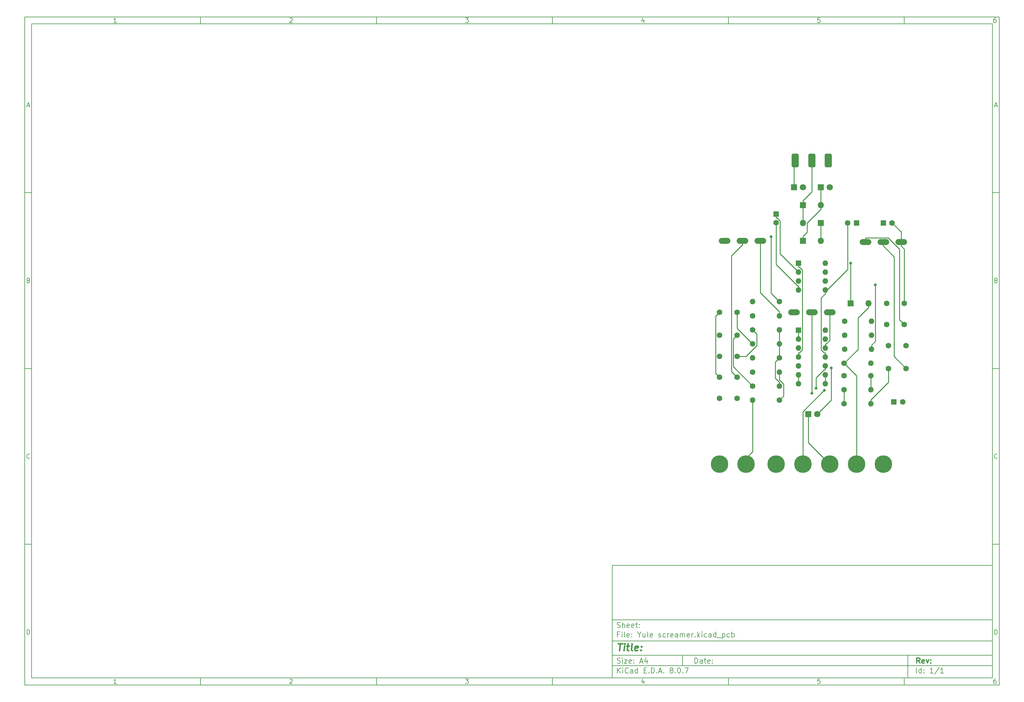
<source format=gbr>
%TF.GenerationSoftware,KiCad,Pcbnew,8.0.7*%
%TF.CreationDate,2024-12-12T07:23:30-07:00*%
%TF.ProjectId,Yule screamer,59756c65-2073-4637-9265-616d65722e6b,rev?*%
%TF.SameCoordinates,Original*%
%TF.FileFunction,Copper,L1,Top*%
%TF.FilePolarity,Positive*%
%FSLAX46Y46*%
G04 Gerber Fmt 4.6, Leading zero omitted, Abs format (unit mm)*
G04 Created by KiCad (PCBNEW 8.0.7) date 2024-12-12 07:23:30*
%MOMM*%
%LPD*%
G01*
G04 APERTURE LIST*
G04 Aperture macros list*
%AMRoundRect*
0 Rectangle with rounded corners*
0 $1 Rounding radius*
0 $2 $3 $4 $5 $6 $7 $8 $9 X,Y pos of 4 corners*
0 Add a 4 corners polygon primitive as box body*
4,1,4,$2,$3,$4,$5,$6,$7,$8,$9,$2,$3,0*
0 Add four circle primitives for the rounded corners*
1,1,$1+$1,$2,$3*
1,1,$1+$1,$4,$5*
1,1,$1+$1,$6,$7*
1,1,$1+$1,$8,$9*
0 Add four rect primitives between the rounded corners*
20,1,$1+$1,$2,$3,$4,$5,0*
20,1,$1+$1,$4,$5,$6,$7,0*
20,1,$1+$1,$6,$7,$8,$9,0*
20,1,$1+$1,$8,$9,$2,$3,0*%
G04 Aperture macros list end*
%ADD10C,0.100000*%
%ADD11C,0.150000*%
%ADD12C,0.300000*%
%ADD13C,0.400000*%
%TA.AperFunction,ComponentPad*%
%ADD14C,1.600000*%
%TD*%
%TA.AperFunction,ComponentPad*%
%ADD15O,1.600000X1.600000*%
%TD*%
%TA.AperFunction,ComponentPad*%
%ADD16C,2.900000*%
%TD*%
%TA.AperFunction,ConnectorPad*%
%ADD17C,5.000000*%
%TD*%
%TA.AperFunction,ComponentPad*%
%ADD18R,1.800000X1.800000*%
%TD*%
%TA.AperFunction,ComponentPad*%
%ADD19C,1.800000*%
%TD*%
%TA.AperFunction,ComponentPad*%
%ADD20O,3.352800X1.676400*%
%TD*%
%TA.AperFunction,ComponentPad*%
%ADD21R,1.600000X1.600000*%
%TD*%
%TA.AperFunction,ComponentPad*%
%ADD22O,1.800000X1.800000*%
%TD*%
%TA.AperFunction,ComponentPad*%
%ADD23RoundRect,0.525000X-0.525000X1.425000X-0.525000X-1.425000X0.525000X-1.425000X0.525000X1.425000X0*%
%TD*%
%TA.AperFunction,ViaPad*%
%ADD24C,0.800000*%
%TD*%
%TA.AperFunction,Conductor*%
%ADD25C,0.250000*%
%TD*%
G04 APERTURE END LIST*
D10*
D11*
X177002200Y-166007200D02*
X285002200Y-166007200D01*
X285002200Y-198007200D01*
X177002200Y-198007200D01*
X177002200Y-166007200D01*
D10*
D11*
X10000000Y-10000000D02*
X287002200Y-10000000D01*
X287002200Y-200007200D01*
X10000000Y-200007200D01*
X10000000Y-10000000D01*
D10*
D11*
X12000000Y-12000000D02*
X285002200Y-12000000D01*
X285002200Y-198007200D01*
X12000000Y-198007200D01*
X12000000Y-12000000D01*
D10*
D11*
X60000000Y-12000000D02*
X60000000Y-10000000D01*
D10*
D11*
X110000000Y-12000000D02*
X110000000Y-10000000D01*
D10*
D11*
X160000000Y-12000000D02*
X160000000Y-10000000D01*
D10*
D11*
X210000000Y-12000000D02*
X210000000Y-10000000D01*
D10*
D11*
X260000000Y-12000000D02*
X260000000Y-10000000D01*
D10*
D11*
X36089160Y-11593604D02*
X35346303Y-11593604D01*
X35717731Y-11593604D02*
X35717731Y-10293604D01*
X35717731Y-10293604D02*
X35593922Y-10479319D01*
X35593922Y-10479319D02*
X35470112Y-10603128D01*
X35470112Y-10603128D02*
X35346303Y-10665033D01*
D10*
D11*
X85346303Y-10417414D02*
X85408207Y-10355509D01*
X85408207Y-10355509D02*
X85532017Y-10293604D01*
X85532017Y-10293604D02*
X85841541Y-10293604D01*
X85841541Y-10293604D02*
X85965350Y-10355509D01*
X85965350Y-10355509D02*
X86027255Y-10417414D01*
X86027255Y-10417414D02*
X86089160Y-10541223D01*
X86089160Y-10541223D02*
X86089160Y-10665033D01*
X86089160Y-10665033D02*
X86027255Y-10850747D01*
X86027255Y-10850747D02*
X85284398Y-11593604D01*
X85284398Y-11593604D02*
X86089160Y-11593604D01*
D10*
D11*
X135284398Y-10293604D02*
X136089160Y-10293604D01*
X136089160Y-10293604D02*
X135655826Y-10788842D01*
X135655826Y-10788842D02*
X135841541Y-10788842D01*
X135841541Y-10788842D02*
X135965350Y-10850747D01*
X135965350Y-10850747D02*
X136027255Y-10912652D01*
X136027255Y-10912652D02*
X136089160Y-11036461D01*
X136089160Y-11036461D02*
X136089160Y-11345985D01*
X136089160Y-11345985D02*
X136027255Y-11469795D01*
X136027255Y-11469795D02*
X135965350Y-11531700D01*
X135965350Y-11531700D02*
X135841541Y-11593604D01*
X135841541Y-11593604D02*
X135470112Y-11593604D01*
X135470112Y-11593604D02*
X135346303Y-11531700D01*
X135346303Y-11531700D02*
X135284398Y-11469795D01*
D10*
D11*
X185965350Y-10726938D02*
X185965350Y-11593604D01*
X185655826Y-10231700D02*
X185346303Y-11160271D01*
X185346303Y-11160271D02*
X186151064Y-11160271D01*
D10*
D11*
X236027255Y-10293604D02*
X235408207Y-10293604D01*
X235408207Y-10293604D02*
X235346303Y-10912652D01*
X235346303Y-10912652D02*
X235408207Y-10850747D01*
X235408207Y-10850747D02*
X235532017Y-10788842D01*
X235532017Y-10788842D02*
X235841541Y-10788842D01*
X235841541Y-10788842D02*
X235965350Y-10850747D01*
X235965350Y-10850747D02*
X236027255Y-10912652D01*
X236027255Y-10912652D02*
X236089160Y-11036461D01*
X236089160Y-11036461D02*
X236089160Y-11345985D01*
X236089160Y-11345985D02*
X236027255Y-11469795D01*
X236027255Y-11469795D02*
X235965350Y-11531700D01*
X235965350Y-11531700D02*
X235841541Y-11593604D01*
X235841541Y-11593604D02*
X235532017Y-11593604D01*
X235532017Y-11593604D02*
X235408207Y-11531700D01*
X235408207Y-11531700D02*
X235346303Y-11469795D01*
D10*
D11*
X285965350Y-10293604D02*
X285717731Y-10293604D01*
X285717731Y-10293604D02*
X285593922Y-10355509D01*
X285593922Y-10355509D02*
X285532017Y-10417414D01*
X285532017Y-10417414D02*
X285408207Y-10603128D01*
X285408207Y-10603128D02*
X285346303Y-10850747D01*
X285346303Y-10850747D02*
X285346303Y-11345985D01*
X285346303Y-11345985D02*
X285408207Y-11469795D01*
X285408207Y-11469795D02*
X285470112Y-11531700D01*
X285470112Y-11531700D02*
X285593922Y-11593604D01*
X285593922Y-11593604D02*
X285841541Y-11593604D01*
X285841541Y-11593604D02*
X285965350Y-11531700D01*
X285965350Y-11531700D02*
X286027255Y-11469795D01*
X286027255Y-11469795D02*
X286089160Y-11345985D01*
X286089160Y-11345985D02*
X286089160Y-11036461D01*
X286089160Y-11036461D02*
X286027255Y-10912652D01*
X286027255Y-10912652D02*
X285965350Y-10850747D01*
X285965350Y-10850747D02*
X285841541Y-10788842D01*
X285841541Y-10788842D02*
X285593922Y-10788842D01*
X285593922Y-10788842D02*
X285470112Y-10850747D01*
X285470112Y-10850747D02*
X285408207Y-10912652D01*
X285408207Y-10912652D02*
X285346303Y-11036461D01*
D10*
D11*
X60000000Y-198007200D02*
X60000000Y-200007200D01*
D10*
D11*
X110000000Y-198007200D02*
X110000000Y-200007200D01*
D10*
D11*
X160000000Y-198007200D02*
X160000000Y-200007200D01*
D10*
D11*
X210000000Y-198007200D02*
X210000000Y-200007200D01*
D10*
D11*
X260000000Y-198007200D02*
X260000000Y-200007200D01*
D10*
D11*
X36089160Y-199600804D02*
X35346303Y-199600804D01*
X35717731Y-199600804D02*
X35717731Y-198300804D01*
X35717731Y-198300804D02*
X35593922Y-198486519D01*
X35593922Y-198486519D02*
X35470112Y-198610328D01*
X35470112Y-198610328D02*
X35346303Y-198672233D01*
D10*
D11*
X85346303Y-198424614D02*
X85408207Y-198362709D01*
X85408207Y-198362709D02*
X85532017Y-198300804D01*
X85532017Y-198300804D02*
X85841541Y-198300804D01*
X85841541Y-198300804D02*
X85965350Y-198362709D01*
X85965350Y-198362709D02*
X86027255Y-198424614D01*
X86027255Y-198424614D02*
X86089160Y-198548423D01*
X86089160Y-198548423D02*
X86089160Y-198672233D01*
X86089160Y-198672233D02*
X86027255Y-198857947D01*
X86027255Y-198857947D02*
X85284398Y-199600804D01*
X85284398Y-199600804D02*
X86089160Y-199600804D01*
D10*
D11*
X135284398Y-198300804D02*
X136089160Y-198300804D01*
X136089160Y-198300804D02*
X135655826Y-198796042D01*
X135655826Y-198796042D02*
X135841541Y-198796042D01*
X135841541Y-198796042D02*
X135965350Y-198857947D01*
X135965350Y-198857947D02*
X136027255Y-198919852D01*
X136027255Y-198919852D02*
X136089160Y-199043661D01*
X136089160Y-199043661D02*
X136089160Y-199353185D01*
X136089160Y-199353185D02*
X136027255Y-199476995D01*
X136027255Y-199476995D02*
X135965350Y-199538900D01*
X135965350Y-199538900D02*
X135841541Y-199600804D01*
X135841541Y-199600804D02*
X135470112Y-199600804D01*
X135470112Y-199600804D02*
X135346303Y-199538900D01*
X135346303Y-199538900D02*
X135284398Y-199476995D01*
D10*
D11*
X185965350Y-198734138D02*
X185965350Y-199600804D01*
X185655826Y-198238900D02*
X185346303Y-199167471D01*
X185346303Y-199167471D02*
X186151064Y-199167471D01*
D10*
D11*
X236027255Y-198300804D02*
X235408207Y-198300804D01*
X235408207Y-198300804D02*
X235346303Y-198919852D01*
X235346303Y-198919852D02*
X235408207Y-198857947D01*
X235408207Y-198857947D02*
X235532017Y-198796042D01*
X235532017Y-198796042D02*
X235841541Y-198796042D01*
X235841541Y-198796042D02*
X235965350Y-198857947D01*
X235965350Y-198857947D02*
X236027255Y-198919852D01*
X236027255Y-198919852D02*
X236089160Y-199043661D01*
X236089160Y-199043661D02*
X236089160Y-199353185D01*
X236089160Y-199353185D02*
X236027255Y-199476995D01*
X236027255Y-199476995D02*
X235965350Y-199538900D01*
X235965350Y-199538900D02*
X235841541Y-199600804D01*
X235841541Y-199600804D02*
X235532017Y-199600804D01*
X235532017Y-199600804D02*
X235408207Y-199538900D01*
X235408207Y-199538900D02*
X235346303Y-199476995D01*
D10*
D11*
X285965350Y-198300804D02*
X285717731Y-198300804D01*
X285717731Y-198300804D02*
X285593922Y-198362709D01*
X285593922Y-198362709D02*
X285532017Y-198424614D01*
X285532017Y-198424614D02*
X285408207Y-198610328D01*
X285408207Y-198610328D02*
X285346303Y-198857947D01*
X285346303Y-198857947D02*
X285346303Y-199353185D01*
X285346303Y-199353185D02*
X285408207Y-199476995D01*
X285408207Y-199476995D02*
X285470112Y-199538900D01*
X285470112Y-199538900D02*
X285593922Y-199600804D01*
X285593922Y-199600804D02*
X285841541Y-199600804D01*
X285841541Y-199600804D02*
X285965350Y-199538900D01*
X285965350Y-199538900D02*
X286027255Y-199476995D01*
X286027255Y-199476995D02*
X286089160Y-199353185D01*
X286089160Y-199353185D02*
X286089160Y-199043661D01*
X286089160Y-199043661D02*
X286027255Y-198919852D01*
X286027255Y-198919852D02*
X285965350Y-198857947D01*
X285965350Y-198857947D02*
X285841541Y-198796042D01*
X285841541Y-198796042D02*
X285593922Y-198796042D01*
X285593922Y-198796042D02*
X285470112Y-198857947D01*
X285470112Y-198857947D02*
X285408207Y-198919852D01*
X285408207Y-198919852D02*
X285346303Y-199043661D01*
D10*
D11*
X10000000Y-60000000D02*
X12000000Y-60000000D01*
D10*
D11*
X10000000Y-110000000D02*
X12000000Y-110000000D01*
D10*
D11*
X10000000Y-160000000D02*
X12000000Y-160000000D01*
D10*
D11*
X10690476Y-35222176D02*
X11309523Y-35222176D01*
X10566666Y-35593604D02*
X10999999Y-34293604D01*
X10999999Y-34293604D02*
X11433333Y-35593604D01*
D10*
D11*
X11092857Y-84912652D02*
X11278571Y-84974557D01*
X11278571Y-84974557D02*
X11340476Y-85036461D01*
X11340476Y-85036461D02*
X11402380Y-85160271D01*
X11402380Y-85160271D02*
X11402380Y-85345985D01*
X11402380Y-85345985D02*
X11340476Y-85469795D01*
X11340476Y-85469795D02*
X11278571Y-85531700D01*
X11278571Y-85531700D02*
X11154761Y-85593604D01*
X11154761Y-85593604D02*
X10659523Y-85593604D01*
X10659523Y-85593604D02*
X10659523Y-84293604D01*
X10659523Y-84293604D02*
X11092857Y-84293604D01*
X11092857Y-84293604D02*
X11216666Y-84355509D01*
X11216666Y-84355509D02*
X11278571Y-84417414D01*
X11278571Y-84417414D02*
X11340476Y-84541223D01*
X11340476Y-84541223D02*
X11340476Y-84665033D01*
X11340476Y-84665033D02*
X11278571Y-84788842D01*
X11278571Y-84788842D02*
X11216666Y-84850747D01*
X11216666Y-84850747D02*
X11092857Y-84912652D01*
X11092857Y-84912652D02*
X10659523Y-84912652D01*
D10*
D11*
X11402380Y-135469795D02*
X11340476Y-135531700D01*
X11340476Y-135531700D02*
X11154761Y-135593604D01*
X11154761Y-135593604D02*
X11030952Y-135593604D01*
X11030952Y-135593604D02*
X10845238Y-135531700D01*
X10845238Y-135531700D02*
X10721428Y-135407890D01*
X10721428Y-135407890D02*
X10659523Y-135284080D01*
X10659523Y-135284080D02*
X10597619Y-135036461D01*
X10597619Y-135036461D02*
X10597619Y-134850747D01*
X10597619Y-134850747D02*
X10659523Y-134603128D01*
X10659523Y-134603128D02*
X10721428Y-134479319D01*
X10721428Y-134479319D02*
X10845238Y-134355509D01*
X10845238Y-134355509D02*
X11030952Y-134293604D01*
X11030952Y-134293604D02*
X11154761Y-134293604D01*
X11154761Y-134293604D02*
X11340476Y-134355509D01*
X11340476Y-134355509D02*
X11402380Y-134417414D01*
D10*
D11*
X10659523Y-185593604D02*
X10659523Y-184293604D01*
X10659523Y-184293604D02*
X10969047Y-184293604D01*
X10969047Y-184293604D02*
X11154761Y-184355509D01*
X11154761Y-184355509D02*
X11278571Y-184479319D01*
X11278571Y-184479319D02*
X11340476Y-184603128D01*
X11340476Y-184603128D02*
X11402380Y-184850747D01*
X11402380Y-184850747D02*
X11402380Y-185036461D01*
X11402380Y-185036461D02*
X11340476Y-185284080D01*
X11340476Y-185284080D02*
X11278571Y-185407890D01*
X11278571Y-185407890D02*
X11154761Y-185531700D01*
X11154761Y-185531700D02*
X10969047Y-185593604D01*
X10969047Y-185593604D02*
X10659523Y-185593604D01*
D10*
D11*
X287002200Y-60000000D02*
X285002200Y-60000000D01*
D10*
D11*
X287002200Y-110000000D02*
X285002200Y-110000000D01*
D10*
D11*
X287002200Y-160000000D02*
X285002200Y-160000000D01*
D10*
D11*
X285692676Y-35222176D02*
X286311723Y-35222176D01*
X285568866Y-35593604D02*
X286002199Y-34293604D01*
X286002199Y-34293604D02*
X286435533Y-35593604D01*
D10*
D11*
X286095057Y-84912652D02*
X286280771Y-84974557D01*
X286280771Y-84974557D02*
X286342676Y-85036461D01*
X286342676Y-85036461D02*
X286404580Y-85160271D01*
X286404580Y-85160271D02*
X286404580Y-85345985D01*
X286404580Y-85345985D02*
X286342676Y-85469795D01*
X286342676Y-85469795D02*
X286280771Y-85531700D01*
X286280771Y-85531700D02*
X286156961Y-85593604D01*
X286156961Y-85593604D02*
X285661723Y-85593604D01*
X285661723Y-85593604D02*
X285661723Y-84293604D01*
X285661723Y-84293604D02*
X286095057Y-84293604D01*
X286095057Y-84293604D02*
X286218866Y-84355509D01*
X286218866Y-84355509D02*
X286280771Y-84417414D01*
X286280771Y-84417414D02*
X286342676Y-84541223D01*
X286342676Y-84541223D02*
X286342676Y-84665033D01*
X286342676Y-84665033D02*
X286280771Y-84788842D01*
X286280771Y-84788842D02*
X286218866Y-84850747D01*
X286218866Y-84850747D02*
X286095057Y-84912652D01*
X286095057Y-84912652D02*
X285661723Y-84912652D01*
D10*
D11*
X286404580Y-135469795D02*
X286342676Y-135531700D01*
X286342676Y-135531700D02*
X286156961Y-135593604D01*
X286156961Y-135593604D02*
X286033152Y-135593604D01*
X286033152Y-135593604D02*
X285847438Y-135531700D01*
X285847438Y-135531700D02*
X285723628Y-135407890D01*
X285723628Y-135407890D02*
X285661723Y-135284080D01*
X285661723Y-135284080D02*
X285599819Y-135036461D01*
X285599819Y-135036461D02*
X285599819Y-134850747D01*
X285599819Y-134850747D02*
X285661723Y-134603128D01*
X285661723Y-134603128D02*
X285723628Y-134479319D01*
X285723628Y-134479319D02*
X285847438Y-134355509D01*
X285847438Y-134355509D02*
X286033152Y-134293604D01*
X286033152Y-134293604D02*
X286156961Y-134293604D01*
X286156961Y-134293604D02*
X286342676Y-134355509D01*
X286342676Y-134355509D02*
X286404580Y-134417414D01*
D10*
D11*
X285661723Y-185593604D02*
X285661723Y-184293604D01*
X285661723Y-184293604D02*
X285971247Y-184293604D01*
X285971247Y-184293604D02*
X286156961Y-184355509D01*
X286156961Y-184355509D02*
X286280771Y-184479319D01*
X286280771Y-184479319D02*
X286342676Y-184603128D01*
X286342676Y-184603128D02*
X286404580Y-184850747D01*
X286404580Y-184850747D02*
X286404580Y-185036461D01*
X286404580Y-185036461D02*
X286342676Y-185284080D01*
X286342676Y-185284080D02*
X286280771Y-185407890D01*
X286280771Y-185407890D02*
X286156961Y-185531700D01*
X286156961Y-185531700D02*
X285971247Y-185593604D01*
X285971247Y-185593604D02*
X285661723Y-185593604D01*
D10*
D11*
X200458026Y-193793328D02*
X200458026Y-192293328D01*
X200458026Y-192293328D02*
X200815169Y-192293328D01*
X200815169Y-192293328D02*
X201029455Y-192364757D01*
X201029455Y-192364757D02*
X201172312Y-192507614D01*
X201172312Y-192507614D02*
X201243741Y-192650471D01*
X201243741Y-192650471D02*
X201315169Y-192936185D01*
X201315169Y-192936185D02*
X201315169Y-193150471D01*
X201315169Y-193150471D02*
X201243741Y-193436185D01*
X201243741Y-193436185D02*
X201172312Y-193579042D01*
X201172312Y-193579042D02*
X201029455Y-193721900D01*
X201029455Y-193721900D02*
X200815169Y-193793328D01*
X200815169Y-193793328D02*
X200458026Y-193793328D01*
X202600884Y-193793328D02*
X202600884Y-193007614D01*
X202600884Y-193007614D02*
X202529455Y-192864757D01*
X202529455Y-192864757D02*
X202386598Y-192793328D01*
X202386598Y-192793328D02*
X202100884Y-192793328D01*
X202100884Y-192793328D02*
X201958026Y-192864757D01*
X202600884Y-193721900D02*
X202458026Y-193793328D01*
X202458026Y-193793328D02*
X202100884Y-193793328D01*
X202100884Y-193793328D02*
X201958026Y-193721900D01*
X201958026Y-193721900D02*
X201886598Y-193579042D01*
X201886598Y-193579042D02*
X201886598Y-193436185D01*
X201886598Y-193436185D02*
X201958026Y-193293328D01*
X201958026Y-193293328D02*
X202100884Y-193221900D01*
X202100884Y-193221900D02*
X202458026Y-193221900D01*
X202458026Y-193221900D02*
X202600884Y-193150471D01*
X203100884Y-192793328D02*
X203672312Y-192793328D01*
X203315169Y-192293328D02*
X203315169Y-193579042D01*
X203315169Y-193579042D02*
X203386598Y-193721900D01*
X203386598Y-193721900D02*
X203529455Y-193793328D01*
X203529455Y-193793328D02*
X203672312Y-193793328D01*
X204743741Y-193721900D02*
X204600884Y-193793328D01*
X204600884Y-193793328D02*
X204315170Y-193793328D01*
X204315170Y-193793328D02*
X204172312Y-193721900D01*
X204172312Y-193721900D02*
X204100884Y-193579042D01*
X204100884Y-193579042D02*
X204100884Y-193007614D01*
X204100884Y-193007614D02*
X204172312Y-192864757D01*
X204172312Y-192864757D02*
X204315170Y-192793328D01*
X204315170Y-192793328D02*
X204600884Y-192793328D01*
X204600884Y-192793328D02*
X204743741Y-192864757D01*
X204743741Y-192864757D02*
X204815170Y-193007614D01*
X204815170Y-193007614D02*
X204815170Y-193150471D01*
X204815170Y-193150471D02*
X204100884Y-193293328D01*
X205458026Y-193650471D02*
X205529455Y-193721900D01*
X205529455Y-193721900D02*
X205458026Y-193793328D01*
X205458026Y-193793328D02*
X205386598Y-193721900D01*
X205386598Y-193721900D02*
X205458026Y-193650471D01*
X205458026Y-193650471D02*
X205458026Y-193793328D01*
X205458026Y-192864757D02*
X205529455Y-192936185D01*
X205529455Y-192936185D02*
X205458026Y-193007614D01*
X205458026Y-193007614D02*
X205386598Y-192936185D01*
X205386598Y-192936185D02*
X205458026Y-192864757D01*
X205458026Y-192864757D02*
X205458026Y-193007614D01*
D10*
D11*
X177002200Y-194507200D02*
X285002200Y-194507200D01*
D10*
D11*
X178458026Y-196593328D02*
X178458026Y-195093328D01*
X179315169Y-196593328D02*
X178672312Y-195736185D01*
X179315169Y-195093328D02*
X178458026Y-195950471D01*
X179958026Y-196593328D02*
X179958026Y-195593328D01*
X179958026Y-195093328D02*
X179886598Y-195164757D01*
X179886598Y-195164757D02*
X179958026Y-195236185D01*
X179958026Y-195236185D02*
X180029455Y-195164757D01*
X180029455Y-195164757D02*
X179958026Y-195093328D01*
X179958026Y-195093328D02*
X179958026Y-195236185D01*
X181529455Y-196450471D02*
X181458027Y-196521900D01*
X181458027Y-196521900D02*
X181243741Y-196593328D01*
X181243741Y-196593328D02*
X181100884Y-196593328D01*
X181100884Y-196593328D02*
X180886598Y-196521900D01*
X180886598Y-196521900D02*
X180743741Y-196379042D01*
X180743741Y-196379042D02*
X180672312Y-196236185D01*
X180672312Y-196236185D02*
X180600884Y-195950471D01*
X180600884Y-195950471D02*
X180600884Y-195736185D01*
X180600884Y-195736185D02*
X180672312Y-195450471D01*
X180672312Y-195450471D02*
X180743741Y-195307614D01*
X180743741Y-195307614D02*
X180886598Y-195164757D01*
X180886598Y-195164757D02*
X181100884Y-195093328D01*
X181100884Y-195093328D02*
X181243741Y-195093328D01*
X181243741Y-195093328D02*
X181458027Y-195164757D01*
X181458027Y-195164757D02*
X181529455Y-195236185D01*
X182815170Y-196593328D02*
X182815170Y-195807614D01*
X182815170Y-195807614D02*
X182743741Y-195664757D01*
X182743741Y-195664757D02*
X182600884Y-195593328D01*
X182600884Y-195593328D02*
X182315170Y-195593328D01*
X182315170Y-195593328D02*
X182172312Y-195664757D01*
X182815170Y-196521900D02*
X182672312Y-196593328D01*
X182672312Y-196593328D02*
X182315170Y-196593328D01*
X182315170Y-196593328D02*
X182172312Y-196521900D01*
X182172312Y-196521900D02*
X182100884Y-196379042D01*
X182100884Y-196379042D02*
X182100884Y-196236185D01*
X182100884Y-196236185D02*
X182172312Y-196093328D01*
X182172312Y-196093328D02*
X182315170Y-196021900D01*
X182315170Y-196021900D02*
X182672312Y-196021900D01*
X182672312Y-196021900D02*
X182815170Y-195950471D01*
X184172313Y-196593328D02*
X184172313Y-195093328D01*
X184172313Y-196521900D02*
X184029455Y-196593328D01*
X184029455Y-196593328D02*
X183743741Y-196593328D01*
X183743741Y-196593328D02*
X183600884Y-196521900D01*
X183600884Y-196521900D02*
X183529455Y-196450471D01*
X183529455Y-196450471D02*
X183458027Y-196307614D01*
X183458027Y-196307614D02*
X183458027Y-195879042D01*
X183458027Y-195879042D02*
X183529455Y-195736185D01*
X183529455Y-195736185D02*
X183600884Y-195664757D01*
X183600884Y-195664757D02*
X183743741Y-195593328D01*
X183743741Y-195593328D02*
X184029455Y-195593328D01*
X184029455Y-195593328D02*
X184172313Y-195664757D01*
X186029455Y-195807614D02*
X186529455Y-195807614D01*
X186743741Y-196593328D02*
X186029455Y-196593328D01*
X186029455Y-196593328D02*
X186029455Y-195093328D01*
X186029455Y-195093328D02*
X186743741Y-195093328D01*
X187386598Y-196450471D02*
X187458027Y-196521900D01*
X187458027Y-196521900D02*
X187386598Y-196593328D01*
X187386598Y-196593328D02*
X187315170Y-196521900D01*
X187315170Y-196521900D02*
X187386598Y-196450471D01*
X187386598Y-196450471D02*
X187386598Y-196593328D01*
X188100884Y-196593328D02*
X188100884Y-195093328D01*
X188100884Y-195093328D02*
X188458027Y-195093328D01*
X188458027Y-195093328D02*
X188672313Y-195164757D01*
X188672313Y-195164757D02*
X188815170Y-195307614D01*
X188815170Y-195307614D02*
X188886599Y-195450471D01*
X188886599Y-195450471D02*
X188958027Y-195736185D01*
X188958027Y-195736185D02*
X188958027Y-195950471D01*
X188958027Y-195950471D02*
X188886599Y-196236185D01*
X188886599Y-196236185D02*
X188815170Y-196379042D01*
X188815170Y-196379042D02*
X188672313Y-196521900D01*
X188672313Y-196521900D02*
X188458027Y-196593328D01*
X188458027Y-196593328D02*
X188100884Y-196593328D01*
X189600884Y-196450471D02*
X189672313Y-196521900D01*
X189672313Y-196521900D02*
X189600884Y-196593328D01*
X189600884Y-196593328D02*
X189529456Y-196521900D01*
X189529456Y-196521900D02*
X189600884Y-196450471D01*
X189600884Y-196450471D02*
X189600884Y-196593328D01*
X190243742Y-196164757D02*
X190958028Y-196164757D01*
X190100885Y-196593328D02*
X190600885Y-195093328D01*
X190600885Y-195093328D02*
X191100885Y-196593328D01*
X191600884Y-196450471D02*
X191672313Y-196521900D01*
X191672313Y-196521900D02*
X191600884Y-196593328D01*
X191600884Y-196593328D02*
X191529456Y-196521900D01*
X191529456Y-196521900D02*
X191600884Y-196450471D01*
X191600884Y-196450471D02*
X191600884Y-196593328D01*
X193672313Y-195736185D02*
X193529456Y-195664757D01*
X193529456Y-195664757D02*
X193458027Y-195593328D01*
X193458027Y-195593328D02*
X193386599Y-195450471D01*
X193386599Y-195450471D02*
X193386599Y-195379042D01*
X193386599Y-195379042D02*
X193458027Y-195236185D01*
X193458027Y-195236185D02*
X193529456Y-195164757D01*
X193529456Y-195164757D02*
X193672313Y-195093328D01*
X193672313Y-195093328D02*
X193958027Y-195093328D01*
X193958027Y-195093328D02*
X194100885Y-195164757D01*
X194100885Y-195164757D02*
X194172313Y-195236185D01*
X194172313Y-195236185D02*
X194243742Y-195379042D01*
X194243742Y-195379042D02*
X194243742Y-195450471D01*
X194243742Y-195450471D02*
X194172313Y-195593328D01*
X194172313Y-195593328D02*
X194100885Y-195664757D01*
X194100885Y-195664757D02*
X193958027Y-195736185D01*
X193958027Y-195736185D02*
X193672313Y-195736185D01*
X193672313Y-195736185D02*
X193529456Y-195807614D01*
X193529456Y-195807614D02*
X193458027Y-195879042D01*
X193458027Y-195879042D02*
X193386599Y-196021900D01*
X193386599Y-196021900D02*
X193386599Y-196307614D01*
X193386599Y-196307614D02*
X193458027Y-196450471D01*
X193458027Y-196450471D02*
X193529456Y-196521900D01*
X193529456Y-196521900D02*
X193672313Y-196593328D01*
X193672313Y-196593328D02*
X193958027Y-196593328D01*
X193958027Y-196593328D02*
X194100885Y-196521900D01*
X194100885Y-196521900D02*
X194172313Y-196450471D01*
X194172313Y-196450471D02*
X194243742Y-196307614D01*
X194243742Y-196307614D02*
X194243742Y-196021900D01*
X194243742Y-196021900D02*
X194172313Y-195879042D01*
X194172313Y-195879042D02*
X194100885Y-195807614D01*
X194100885Y-195807614D02*
X193958027Y-195736185D01*
X194886598Y-196450471D02*
X194958027Y-196521900D01*
X194958027Y-196521900D02*
X194886598Y-196593328D01*
X194886598Y-196593328D02*
X194815170Y-196521900D01*
X194815170Y-196521900D02*
X194886598Y-196450471D01*
X194886598Y-196450471D02*
X194886598Y-196593328D01*
X195886599Y-195093328D02*
X196029456Y-195093328D01*
X196029456Y-195093328D02*
X196172313Y-195164757D01*
X196172313Y-195164757D02*
X196243742Y-195236185D01*
X196243742Y-195236185D02*
X196315170Y-195379042D01*
X196315170Y-195379042D02*
X196386599Y-195664757D01*
X196386599Y-195664757D02*
X196386599Y-196021900D01*
X196386599Y-196021900D02*
X196315170Y-196307614D01*
X196315170Y-196307614D02*
X196243742Y-196450471D01*
X196243742Y-196450471D02*
X196172313Y-196521900D01*
X196172313Y-196521900D02*
X196029456Y-196593328D01*
X196029456Y-196593328D02*
X195886599Y-196593328D01*
X195886599Y-196593328D02*
X195743742Y-196521900D01*
X195743742Y-196521900D02*
X195672313Y-196450471D01*
X195672313Y-196450471D02*
X195600884Y-196307614D01*
X195600884Y-196307614D02*
X195529456Y-196021900D01*
X195529456Y-196021900D02*
X195529456Y-195664757D01*
X195529456Y-195664757D02*
X195600884Y-195379042D01*
X195600884Y-195379042D02*
X195672313Y-195236185D01*
X195672313Y-195236185D02*
X195743742Y-195164757D01*
X195743742Y-195164757D02*
X195886599Y-195093328D01*
X197029455Y-196450471D02*
X197100884Y-196521900D01*
X197100884Y-196521900D02*
X197029455Y-196593328D01*
X197029455Y-196593328D02*
X196958027Y-196521900D01*
X196958027Y-196521900D02*
X197029455Y-196450471D01*
X197029455Y-196450471D02*
X197029455Y-196593328D01*
X197600884Y-195093328D02*
X198600884Y-195093328D01*
X198600884Y-195093328D02*
X197958027Y-196593328D01*
D10*
D11*
X177002200Y-191507200D02*
X285002200Y-191507200D01*
D10*
D12*
X264413853Y-193785528D02*
X263913853Y-193071242D01*
X263556710Y-193785528D02*
X263556710Y-192285528D01*
X263556710Y-192285528D02*
X264128139Y-192285528D01*
X264128139Y-192285528D02*
X264270996Y-192356957D01*
X264270996Y-192356957D02*
X264342425Y-192428385D01*
X264342425Y-192428385D02*
X264413853Y-192571242D01*
X264413853Y-192571242D02*
X264413853Y-192785528D01*
X264413853Y-192785528D02*
X264342425Y-192928385D01*
X264342425Y-192928385D02*
X264270996Y-192999814D01*
X264270996Y-192999814D02*
X264128139Y-193071242D01*
X264128139Y-193071242D02*
X263556710Y-193071242D01*
X265628139Y-193714100D02*
X265485282Y-193785528D01*
X265485282Y-193785528D02*
X265199568Y-193785528D01*
X265199568Y-193785528D02*
X265056710Y-193714100D01*
X265056710Y-193714100D02*
X264985282Y-193571242D01*
X264985282Y-193571242D02*
X264985282Y-192999814D01*
X264985282Y-192999814D02*
X265056710Y-192856957D01*
X265056710Y-192856957D02*
X265199568Y-192785528D01*
X265199568Y-192785528D02*
X265485282Y-192785528D01*
X265485282Y-192785528D02*
X265628139Y-192856957D01*
X265628139Y-192856957D02*
X265699568Y-192999814D01*
X265699568Y-192999814D02*
X265699568Y-193142671D01*
X265699568Y-193142671D02*
X264985282Y-193285528D01*
X266199567Y-192785528D02*
X266556710Y-193785528D01*
X266556710Y-193785528D02*
X266913853Y-192785528D01*
X267485281Y-193642671D02*
X267556710Y-193714100D01*
X267556710Y-193714100D02*
X267485281Y-193785528D01*
X267485281Y-193785528D02*
X267413853Y-193714100D01*
X267413853Y-193714100D02*
X267485281Y-193642671D01*
X267485281Y-193642671D02*
X267485281Y-193785528D01*
X267485281Y-192856957D02*
X267556710Y-192928385D01*
X267556710Y-192928385D02*
X267485281Y-192999814D01*
X267485281Y-192999814D02*
X267413853Y-192928385D01*
X267413853Y-192928385D02*
X267485281Y-192856957D01*
X267485281Y-192856957D02*
X267485281Y-192999814D01*
D10*
D11*
X178386598Y-193721900D02*
X178600884Y-193793328D01*
X178600884Y-193793328D02*
X178958026Y-193793328D01*
X178958026Y-193793328D02*
X179100884Y-193721900D01*
X179100884Y-193721900D02*
X179172312Y-193650471D01*
X179172312Y-193650471D02*
X179243741Y-193507614D01*
X179243741Y-193507614D02*
X179243741Y-193364757D01*
X179243741Y-193364757D02*
X179172312Y-193221900D01*
X179172312Y-193221900D02*
X179100884Y-193150471D01*
X179100884Y-193150471D02*
X178958026Y-193079042D01*
X178958026Y-193079042D02*
X178672312Y-193007614D01*
X178672312Y-193007614D02*
X178529455Y-192936185D01*
X178529455Y-192936185D02*
X178458026Y-192864757D01*
X178458026Y-192864757D02*
X178386598Y-192721900D01*
X178386598Y-192721900D02*
X178386598Y-192579042D01*
X178386598Y-192579042D02*
X178458026Y-192436185D01*
X178458026Y-192436185D02*
X178529455Y-192364757D01*
X178529455Y-192364757D02*
X178672312Y-192293328D01*
X178672312Y-192293328D02*
X179029455Y-192293328D01*
X179029455Y-192293328D02*
X179243741Y-192364757D01*
X179886597Y-193793328D02*
X179886597Y-192793328D01*
X179886597Y-192293328D02*
X179815169Y-192364757D01*
X179815169Y-192364757D02*
X179886597Y-192436185D01*
X179886597Y-192436185D02*
X179958026Y-192364757D01*
X179958026Y-192364757D02*
X179886597Y-192293328D01*
X179886597Y-192293328D02*
X179886597Y-192436185D01*
X180458026Y-192793328D02*
X181243741Y-192793328D01*
X181243741Y-192793328D02*
X180458026Y-193793328D01*
X180458026Y-193793328D02*
X181243741Y-193793328D01*
X182386598Y-193721900D02*
X182243741Y-193793328D01*
X182243741Y-193793328D02*
X181958027Y-193793328D01*
X181958027Y-193793328D02*
X181815169Y-193721900D01*
X181815169Y-193721900D02*
X181743741Y-193579042D01*
X181743741Y-193579042D02*
X181743741Y-193007614D01*
X181743741Y-193007614D02*
X181815169Y-192864757D01*
X181815169Y-192864757D02*
X181958027Y-192793328D01*
X181958027Y-192793328D02*
X182243741Y-192793328D01*
X182243741Y-192793328D02*
X182386598Y-192864757D01*
X182386598Y-192864757D02*
X182458027Y-193007614D01*
X182458027Y-193007614D02*
X182458027Y-193150471D01*
X182458027Y-193150471D02*
X181743741Y-193293328D01*
X183100883Y-193650471D02*
X183172312Y-193721900D01*
X183172312Y-193721900D02*
X183100883Y-193793328D01*
X183100883Y-193793328D02*
X183029455Y-193721900D01*
X183029455Y-193721900D02*
X183100883Y-193650471D01*
X183100883Y-193650471D02*
X183100883Y-193793328D01*
X183100883Y-192864757D02*
X183172312Y-192936185D01*
X183172312Y-192936185D02*
X183100883Y-193007614D01*
X183100883Y-193007614D02*
X183029455Y-192936185D01*
X183029455Y-192936185D02*
X183100883Y-192864757D01*
X183100883Y-192864757D02*
X183100883Y-193007614D01*
X184886598Y-193364757D02*
X185600884Y-193364757D01*
X184743741Y-193793328D02*
X185243741Y-192293328D01*
X185243741Y-192293328D02*
X185743741Y-193793328D01*
X186886598Y-192793328D02*
X186886598Y-193793328D01*
X186529455Y-192221900D02*
X186172312Y-193293328D01*
X186172312Y-193293328D02*
X187100883Y-193293328D01*
D10*
D11*
X263458026Y-196593328D02*
X263458026Y-195093328D01*
X264815170Y-196593328D02*
X264815170Y-195093328D01*
X264815170Y-196521900D02*
X264672312Y-196593328D01*
X264672312Y-196593328D02*
X264386598Y-196593328D01*
X264386598Y-196593328D02*
X264243741Y-196521900D01*
X264243741Y-196521900D02*
X264172312Y-196450471D01*
X264172312Y-196450471D02*
X264100884Y-196307614D01*
X264100884Y-196307614D02*
X264100884Y-195879042D01*
X264100884Y-195879042D02*
X264172312Y-195736185D01*
X264172312Y-195736185D02*
X264243741Y-195664757D01*
X264243741Y-195664757D02*
X264386598Y-195593328D01*
X264386598Y-195593328D02*
X264672312Y-195593328D01*
X264672312Y-195593328D02*
X264815170Y-195664757D01*
X265529455Y-196450471D02*
X265600884Y-196521900D01*
X265600884Y-196521900D02*
X265529455Y-196593328D01*
X265529455Y-196593328D02*
X265458027Y-196521900D01*
X265458027Y-196521900D02*
X265529455Y-196450471D01*
X265529455Y-196450471D02*
X265529455Y-196593328D01*
X265529455Y-195664757D02*
X265600884Y-195736185D01*
X265600884Y-195736185D02*
X265529455Y-195807614D01*
X265529455Y-195807614D02*
X265458027Y-195736185D01*
X265458027Y-195736185D02*
X265529455Y-195664757D01*
X265529455Y-195664757D02*
X265529455Y-195807614D01*
X268172313Y-196593328D02*
X267315170Y-196593328D01*
X267743741Y-196593328D02*
X267743741Y-195093328D01*
X267743741Y-195093328D02*
X267600884Y-195307614D01*
X267600884Y-195307614D02*
X267458027Y-195450471D01*
X267458027Y-195450471D02*
X267315170Y-195521900D01*
X269886598Y-195021900D02*
X268600884Y-196950471D01*
X271172313Y-196593328D02*
X270315170Y-196593328D01*
X270743741Y-196593328D02*
X270743741Y-195093328D01*
X270743741Y-195093328D02*
X270600884Y-195307614D01*
X270600884Y-195307614D02*
X270458027Y-195450471D01*
X270458027Y-195450471D02*
X270315170Y-195521900D01*
D10*
D11*
X177002200Y-187507200D02*
X285002200Y-187507200D01*
D10*
D13*
X178693928Y-188211638D02*
X179836785Y-188211638D01*
X179015357Y-190211638D02*
X179265357Y-188211638D01*
X180253452Y-190211638D02*
X180420119Y-188878304D01*
X180503452Y-188211638D02*
X180396309Y-188306876D01*
X180396309Y-188306876D02*
X180479643Y-188402114D01*
X180479643Y-188402114D02*
X180586786Y-188306876D01*
X180586786Y-188306876D02*
X180503452Y-188211638D01*
X180503452Y-188211638D02*
X180479643Y-188402114D01*
X181086786Y-188878304D02*
X181848690Y-188878304D01*
X181455833Y-188211638D02*
X181241548Y-189925923D01*
X181241548Y-189925923D02*
X181312976Y-190116400D01*
X181312976Y-190116400D02*
X181491548Y-190211638D01*
X181491548Y-190211638D02*
X181682024Y-190211638D01*
X182634405Y-190211638D02*
X182455833Y-190116400D01*
X182455833Y-190116400D02*
X182384405Y-189925923D01*
X182384405Y-189925923D02*
X182598690Y-188211638D01*
X184170119Y-190116400D02*
X183967738Y-190211638D01*
X183967738Y-190211638D02*
X183586785Y-190211638D01*
X183586785Y-190211638D02*
X183408214Y-190116400D01*
X183408214Y-190116400D02*
X183336785Y-189925923D01*
X183336785Y-189925923D02*
X183432024Y-189164019D01*
X183432024Y-189164019D02*
X183551071Y-188973542D01*
X183551071Y-188973542D02*
X183753452Y-188878304D01*
X183753452Y-188878304D02*
X184134404Y-188878304D01*
X184134404Y-188878304D02*
X184312976Y-188973542D01*
X184312976Y-188973542D02*
X184384404Y-189164019D01*
X184384404Y-189164019D02*
X184360595Y-189354495D01*
X184360595Y-189354495D02*
X183384404Y-189544971D01*
X185134405Y-190021161D02*
X185217738Y-190116400D01*
X185217738Y-190116400D02*
X185110595Y-190211638D01*
X185110595Y-190211638D02*
X185027262Y-190116400D01*
X185027262Y-190116400D02*
X185134405Y-190021161D01*
X185134405Y-190021161D02*
X185110595Y-190211638D01*
X185265357Y-188973542D02*
X185348690Y-189068780D01*
X185348690Y-189068780D02*
X185241548Y-189164019D01*
X185241548Y-189164019D02*
X185158214Y-189068780D01*
X185158214Y-189068780D02*
X185265357Y-188973542D01*
X185265357Y-188973542D02*
X185241548Y-189164019D01*
D10*
D11*
X178958026Y-185607614D02*
X178458026Y-185607614D01*
X178458026Y-186393328D02*
X178458026Y-184893328D01*
X178458026Y-184893328D02*
X179172312Y-184893328D01*
X179743740Y-186393328D02*
X179743740Y-185393328D01*
X179743740Y-184893328D02*
X179672312Y-184964757D01*
X179672312Y-184964757D02*
X179743740Y-185036185D01*
X179743740Y-185036185D02*
X179815169Y-184964757D01*
X179815169Y-184964757D02*
X179743740Y-184893328D01*
X179743740Y-184893328D02*
X179743740Y-185036185D01*
X180672312Y-186393328D02*
X180529455Y-186321900D01*
X180529455Y-186321900D02*
X180458026Y-186179042D01*
X180458026Y-186179042D02*
X180458026Y-184893328D01*
X181815169Y-186321900D02*
X181672312Y-186393328D01*
X181672312Y-186393328D02*
X181386598Y-186393328D01*
X181386598Y-186393328D02*
X181243740Y-186321900D01*
X181243740Y-186321900D02*
X181172312Y-186179042D01*
X181172312Y-186179042D02*
X181172312Y-185607614D01*
X181172312Y-185607614D02*
X181243740Y-185464757D01*
X181243740Y-185464757D02*
X181386598Y-185393328D01*
X181386598Y-185393328D02*
X181672312Y-185393328D01*
X181672312Y-185393328D02*
X181815169Y-185464757D01*
X181815169Y-185464757D02*
X181886598Y-185607614D01*
X181886598Y-185607614D02*
X181886598Y-185750471D01*
X181886598Y-185750471D02*
X181172312Y-185893328D01*
X182529454Y-186250471D02*
X182600883Y-186321900D01*
X182600883Y-186321900D02*
X182529454Y-186393328D01*
X182529454Y-186393328D02*
X182458026Y-186321900D01*
X182458026Y-186321900D02*
X182529454Y-186250471D01*
X182529454Y-186250471D02*
X182529454Y-186393328D01*
X182529454Y-185464757D02*
X182600883Y-185536185D01*
X182600883Y-185536185D02*
X182529454Y-185607614D01*
X182529454Y-185607614D02*
X182458026Y-185536185D01*
X182458026Y-185536185D02*
X182529454Y-185464757D01*
X182529454Y-185464757D02*
X182529454Y-185607614D01*
X184672312Y-185679042D02*
X184672312Y-186393328D01*
X184172312Y-184893328D02*
X184672312Y-185679042D01*
X184672312Y-185679042D02*
X185172312Y-184893328D01*
X186315169Y-185393328D02*
X186315169Y-186393328D01*
X185672311Y-185393328D02*
X185672311Y-186179042D01*
X185672311Y-186179042D02*
X185743740Y-186321900D01*
X185743740Y-186321900D02*
X185886597Y-186393328D01*
X185886597Y-186393328D02*
X186100883Y-186393328D01*
X186100883Y-186393328D02*
X186243740Y-186321900D01*
X186243740Y-186321900D02*
X186315169Y-186250471D01*
X187243740Y-186393328D02*
X187100883Y-186321900D01*
X187100883Y-186321900D02*
X187029454Y-186179042D01*
X187029454Y-186179042D02*
X187029454Y-184893328D01*
X188386597Y-186321900D02*
X188243740Y-186393328D01*
X188243740Y-186393328D02*
X187958026Y-186393328D01*
X187958026Y-186393328D02*
X187815168Y-186321900D01*
X187815168Y-186321900D02*
X187743740Y-186179042D01*
X187743740Y-186179042D02*
X187743740Y-185607614D01*
X187743740Y-185607614D02*
X187815168Y-185464757D01*
X187815168Y-185464757D02*
X187958026Y-185393328D01*
X187958026Y-185393328D02*
X188243740Y-185393328D01*
X188243740Y-185393328D02*
X188386597Y-185464757D01*
X188386597Y-185464757D02*
X188458026Y-185607614D01*
X188458026Y-185607614D02*
X188458026Y-185750471D01*
X188458026Y-185750471D02*
X187743740Y-185893328D01*
X190172311Y-186321900D02*
X190315168Y-186393328D01*
X190315168Y-186393328D02*
X190600882Y-186393328D01*
X190600882Y-186393328D02*
X190743739Y-186321900D01*
X190743739Y-186321900D02*
X190815168Y-186179042D01*
X190815168Y-186179042D02*
X190815168Y-186107614D01*
X190815168Y-186107614D02*
X190743739Y-185964757D01*
X190743739Y-185964757D02*
X190600882Y-185893328D01*
X190600882Y-185893328D02*
X190386597Y-185893328D01*
X190386597Y-185893328D02*
X190243739Y-185821900D01*
X190243739Y-185821900D02*
X190172311Y-185679042D01*
X190172311Y-185679042D02*
X190172311Y-185607614D01*
X190172311Y-185607614D02*
X190243739Y-185464757D01*
X190243739Y-185464757D02*
X190386597Y-185393328D01*
X190386597Y-185393328D02*
X190600882Y-185393328D01*
X190600882Y-185393328D02*
X190743739Y-185464757D01*
X192100883Y-186321900D02*
X191958025Y-186393328D01*
X191958025Y-186393328D02*
X191672311Y-186393328D01*
X191672311Y-186393328D02*
X191529454Y-186321900D01*
X191529454Y-186321900D02*
X191458025Y-186250471D01*
X191458025Y-186250471D02*
X191386597Y-186107614D01*
X191386597Y-186107614D02*
X191386597Y-185679042D01*
X191386597Y-185679042D02*
X191458025Y-185536185D01*
X191458025Y-185536185D02*
X191529454Y-185464757D01*
X191529454Y-185464757D02*
X191672311Y-185393328D01*
X191672311Y-185393328D02*
X191958025Y-185393328D01*
X191958025Y-185393328D02*
X192100883Y-185464757D01*
X192743739Y-186393328D02*
X192743739Y-185393328D01*
X192743739Y-185679042D02*
X192815168Y-185536185D01*
X192815168Y-185536185D02*
X192886597Y-185464757D01*
X192886597Y-185464757D02*
X193029454Y-185393328D01*
X193029454Y-185393328D02*
X193172311Y-185393328D01*
X194243739Y-186321900D02*
X194100882Y-186393328D01*
X194100882Y-186393328D02*
X193815168Y-186393328D01*
X193815168Y-186393328D02*
X193672310Y-186321900D01*
X193672310Y-186321900D02*
X193600882Y-186179042D01*
X193600882Y-186179042D02*
X193600882Y-185607614D01*
X193600882Y-185607614D02*
X193672310Y-185464757D01*
X193672310Y-185464757D02*
X193815168Y-185393328D01*
X193815168Y-185393328D02*
X194100882Y-185393328D01*
X194100882Y-185393328D02*
X194243739Y-185464757D01*
X194243739Y-185464757D02*
X194315168Y-185607614D01*
X194315168Y-185607614D02*
X194315168Y-185750471D01*
X194315168Y-185750471D02*
X193600882Y-185893328D01*
X195600882Y-186393328D02*
X195600882Y-185607614D01*
X195600882Y-185607614D02*
X195529453Y-185464757D01*
X195529453Y-185464757D02*
X195386596Y-185393328D01*
X195386596Y-185393328D02*
X195100882Y-185393328D01*
X195100882Y-185393328D02*
X194958024Y-185464757D01*
X195600882Y-186321900D02*
X195458024Y-186393328D01*
X195458024Y-186393328D02*
X195100882Y-186393328D01*
X195100882Y-186393328D02*
X194958024Y-186321900D01*
X194958024Y-186321900D02*
X194886596Y-186179042D01*
X194886596Y-186179042D02*
X194886596Y-186036185D01*
X194886596Y-186036185D02*
X194958024Y-185893328D01*
X194958024Y-185893328D02*
X195100882Y-185821900D01*
X195100882Y-185821900D02*
X195458024Y-185821900D01*
X195458024Y-185821900D02*
X195600882Y-185750471D01*
X196315167Y-186393328D02*
X196315167Y-185393328D01*
X196315167Y-185536185D02*
X196386596Y-185464757D01*
X196386596Y-185464757D02*
X196529453Y-185393328D01*
X196529453Y-185393328D02*
X196743739Y-185393328D01*
X196743739Y-185393328D02*
X196886596Y-185464757D01*
X196886596Y-185464757D02*
X196958025Y-185607614D01*
X196958025Y-185607614D02*
X196958025Y-186393328D01*
X196958025Y-185607614D02*
X197029453Y-185464757D01*
X197029453Y-185464757D02*
X197172310Y-185393328D01*
X197172310Y-185393328D02*
X197386596Y-185393328D01*
X197386596Y-185393328D02*
X197529453Y-185464757D01*
X197529453Y-185464757D02*
X197600882Y-185607614D01*
X197600882Y-185607614D02*
X197600882Y-186393328D01*
X198886596Y-186321900D02*
X198743739Y-186393328D01*
X198743739Y-186393328D02*
X198458025Y-186393328D01*
X198458025Y-186393328D02*
X198315167Y-186321900D01*
X198315167Y-186321900D02*
X198243739Y-186179042D01*
X198243739Y-186179042D02*
X198243739Y-185607614D01*
X198243739Y-185607614D02*
X198315167Y-185464757D01*
X198315167Y-185464757D02*
X198458025Y-185393328D01*
X198458025Y-185393328D02*
X198743739Y-185393328D01*
X198743739Y-185393328D02*
X198886596Y-185464757D01*
X198886596Y-185464757D02*
X198958025Y-185607614D01*
X198958025Y-185607614D02*
X198958025Y-185750471D01*
X198958025Y-185750471D02*
X198243739Y-185893328D01*
X199600881Y-186393328D02*
X199600881Y-185393328D01*
X199600881Y-185679042D02*
X199672310Y-185536185D01*
X199672310Y-185536185D02*
X199743739Y-185464757D01*
X199743739Y-185464757D02*
X199886596Y-185393328D01*
X199886596Y-185393328D02*
X200029453Y-185393328D01*
X200529452Y-186250471D02*
X200600881Y-186321900D01*
X200600881Y-186321900D02*
X200529452Y-186393328D01*
X200529452Y-186393328D02*
X200458024Y-186321900D01*
X200458024Y-186321900D02*
X200529452Y-186250471D01*
X200529452Y-186250471D02*
X200529452Y-186393328D01*
X201243738Y-186393328D02*
X201243738Y-184893328D01*
X201386596Y-185821900D02*
X201815167Y-186393328D01*
X201815167Y-185393328D02*
X201243738Y-185964757D01*
X202458024Y-186393328D02*
X202458024Y-185393328D01*
X202458024Y-184893328D02*
X202386596Y-184964757D01*
X202386596Y-184964757D02*
X202458024Y-185036185D01*
X202458024Y-185036185D02*
X202529453Y-184964757D01*
X202529453Y-184964757D02*
X202458024Y-184893328D01*
X202458024Y-184893328D02*
X202458024Y-185036185D01*
X203815168Y-186321900D02*
X203672310Y-186393328D01*
X203672310Y-186393328D02*
X203386596Y-186393328D01*
X203386596Y-186393328D02*
X203243739Y-186321900D01*
X203243739Y-186321900D02*
X203172310Y-186250471D01*
X203172310Y-186250471D02*
X203100882Y-186107614D01*
X203100882Y-186107614D02*
X203100882Y-185679042D01*
X203100882Y-185679042D02*
X203172310Y-185536185D01*
X203172310Y-185536185D02*
X203243739Y-185464757D01*
X203243739Y-185464757D02*
X203386596Y-185393328D01*
X203386596Y-185393328D02*
X203672310Y-185393328D01*
X203672310Y-185393328D02*
X203815168Y-185464757D01*
X205100882Y-186393328D02*
X205100882Y-185607614D01*
X205100882Y-185607614D02*
X205029453Y-185464757D01*
X205029453Y-185464757D02*
X204886596Y-185393328D01*
X204886596Y-185393328D02*
X204600882Y-185393328D01*
X204600882Y-185393328D02*
X204458024Y-185464757D01*
X205100882Y-186321900D02*
X204958024Y-186393328D01*
X204958024Y-186393328D02*
X204600882Y-186393328D01*
X204600882Y-186393328D02*
X204458024Y-186321900D01*
X204458024Y-186321900D02*
X204386596Y-186179042D01*
X204386596Y-186179042D02*
X204386596Y-186036185D01*
X204386596Y-186036185D02*
X204458024Y-185893328D01*
X204458024Y-185893328D02*
X204600882Y-185821900D01*
X204600882Y-185821900D02*
X204958024Y-185821900D01*
X204958024Y-185821900D02*
X205100882Y-185750471D01*
X206458025Y-186393328D02*
X206458025Y-184893328D01*
X206458025Y-186321900D02*
X206315167Y-186393328D01*
X206315167Y-186393328D02*
X206029453Y-186393328D01*
X206029453Y-186393328D02*
X205886596Y-186321900D01*
X205886596Y-186321900D02*
X205815167Y-186250471D01*
X205815167Y-186250471D02*
X205743739Y-186107614D01*
X205743739Y-186107614D02*
X205743739Y-185679042D01*
X205743739Y-185679042D02*
X205815167Y-185536185D01*
X205815167Y-185536185D02*
X205886596Y-185464757D01*
X205886596Y-185464757D02*
X206029453Y-185393328D01*
X206029453Y-185393328D02*
X206315167Y-185393328D01*
X206315167Y-185393328D02*
X206458025Y-185464757D01*
X206815168Y-186536185D02*
X207958025Y-186536185D01*
X208315167Y-185393328D02*
X208315167Y-186893328D01*
X208315167Y-185464757D02*
X208458025Y-185393328D01*
X208458025Y-185393328D02*
X208743739Y-185393328D01*
X208743739Y-185393328D02*
X208886596Y-185464757D01*
X208886596Y-185464757D02*
X208958025Y-185536185D01*
X208958025Y-185536185D02*
X209029453Y-185679042D01*
X209029453Y-185679042D02*
X209029453Y-186107614D01*
X209029453Y-186107614D02*
X208958025Y-186250471D01*
X208958025Y-186250471D02*
X208886596Y-186321900D01*
X208886596Y-186321900D02*
X208743739Y-186393328D01*
X208743739Y-186393328D02*
X208458025Y-186393328D01*
X208458025Y-186393328D02*
X208315167Y-186321900D01*
X210315168Y-186321900D02*
X210172310Y-186393328D01*
X210172310Y-186393328D02*
X209886596Y-186393328D01*
X209886596Y-186393328D02*
X209743739Y-186321900D01*
X209743739Y-186321900D02*
X209672310Y-186250471D01*
X209672310Y-186250471D02*
X209600882Y-186107614D01*
X209600882Y-186107614D02*
X209600882Y-185679042D01*
X209600882Y-185679042D02*
X209672310Y-185536185D01*
X209672310Y-185536185D02*
X209743739Y-185464757D01*
X209743739Y-185464757D02*
X209886596Y-185393328D01*
X209886596Y-185393328D02*
X210172310Y-185393328D01*
X210172310Y-185393328D02*
X210315168Y-185464757D01*
X210958024Y-186393328D02*
X210958024Y-184893328D01*
X210958024Y-185464757D02*
X211100882Y-185393328D01*
X211100882Y-185393328D02*
X211386596Y-185393328D01*
X211386596Y-185393328D02*
X211529453Y-185464757D01*
X211529453Y-185464757D02*
X211600882Y-185536185D01*
X211600882Y-185536185D02*
X211672310Y-185679042D01*
X211672310Y-185679042D02*
X211672310Y-186107614D01*
X211672310Y-186107614D02*
X211600882Y-186250471D01*
X211600882Y-186250471D02*
X211529453Y-186321900D01*
X211529453Y-186321900D02*
X211386596Y-186393328D01*
X211386596Y-186393328D02*
X211100882Y-186393328D01*
X211100882Y-186393328D02*
X210958024Y-186321900D01*
D10*
D11*
X177002200Y-181507200D02*
X285002200Y-181507200D01*
D10*
D11*
X178386598Y-183621900D02*
X178600884Y-183693328D01*
X178600884Y-183693328D02*
X178958026Y-183693328D01*
X178958026Y-183693328D02*
X179100884Y-183621900D01*
X179100884Y-183621900D02*
X179172312Y-183550471D01*
X179172312Y-183550471D02*
X179243741Y-183407614D01*
X179243741Y-183407614D02*
X179243741Y-183264757D01*
X179243741Y-183264757D02*
X179172312Y-183121900D01*
X179172312Y-183121900D02*
X179100884Y-183050471D01*
X179100884Y-183050471D02*
X178958026Y-182979042D01*
X178958026Y-182979042D02*
X178672312Y-182907614D01*
X178672312Y-182907614D02*
X178529455Y-182836185D01*
X178529455Y-182836185D02*
X178458026Y-182764757D01*
X178458026Y-182764757D02*
X178386598Y-182621900D01*
X178386598Y-182621900D02*
X178386598Y-182479042D01*
X178386598Y-182479042D02*
X178458026Y-182336185D01*
X178458026Y-182336185D02*
X178529455Y-182264757D01*
X178529455Y-182264757D02*
X178672312Y-182193328D01*
X178672312Y-182193328D02*
X179029455Y-182193328D01*
X179029455Y-182193328D02*
X179243741Y-182264757D01*
X179886597Y-183693328D02*
X179886597Y-182193328D01*
X180529455Y-183693328D02*
X180529455Y-182907614D01*
X180529455Y-182907614D02*
X180458026Y-182764757D01*
X180458026Y-182764757D02*
X180315169Y-182693328D01*
X180315169Y-182693328D02*
X180100883Y-182693328D01*
X180100883Y-182693328D02*
X179958026Y-182764757D01*
X179958026Y-182764757D02*
X179886597Y-182836185D01*
X181815169Y-183621900D02*
X181672312Y-183693328D01*
X181672312Y-183693328D02*
X181386598Y-183693328D01*
X181386598Y-183693328D02*
X181243740Y-183621900D01*
X181243740Y-183621900D02*
X181172312Y-183479042D01*
X181172312Y-183479042D02*
X181172312Y-182907614D01*
X181172312Y-182907614D02*
X181243740Y-182764757D01*
X181243740Y-182764757D02*
X181386598Y-182693328D01*
X181386598Y-182693328D02*
X181672312Y-182693328D01*
X181672312Y-182693328D02*
X181815169Y-182764757D01*
X181815169Y-182764757D02*
X181886598Y-182907614D01*
X181886598Y-182907614D02*
X181886598Y-183050471D01*
X181886598Y-183050471D02*
X181172312Y-183193328D01*
X183100883Y-183621900D02*
X182958026Y-183693328D01*
X182958026Y-183693328D02*
X182672312Y-183693328D01*
X182672312Y-183693328D02*
X182529454Y-183621900D01*
X182529454Y-183621900D02*
X182458026Y-183479042D01*
X182458026Y-183479042D02*
X182458026Y-182907614D01*
X182458026Y-182907614D02*
X182529454Y-182764757D01*
X182529454Y-182764757D02*
X182672312Y-182693328D01*
X182672312Y-182693328D02*
X182958026Y-182693328D01*
X182958026Y-182693328D02*
X183100883Y-182764757D01*
X183100883Y-182764757D02*
X183172312Y-182907614D01*
X183172312Y-182907614D02*
X183172312Y-183050471D01*
X183172312Y-183050471D02*
X182458026Y-183193328D01*
X183600883Y-182693328D02*
X184172311Y-182693328D01*
X183815168Y-182193328D02*
X183815168Y-183479042D01*
X183815168Y-183479042D02*
X183886597Y-183621900D01*
X183886597Y-183621900D02*
X184029454Y-183693328D01*
X184029454Y-183693328D02*
X184172311Y-183693328D01*
X184672311Y-183550471D02*
X184743740Y-183621900D01*
X184743740Y-183621900D02*
X184672311Y-183693328D01*
X184672311Y-183693328D02*
X184600883Y-183621900D01*
X184600883Y-183621900D02*
X184672311Y-183550471D01*
X184672311Y-183550471D02*
X184672311Y-183693328D01*
X184672311Y-182764757D02*
X184743740Y-182836185D01*
X184743740Y-182836185D02*
X184672311Y-182907614D01*
X184672311Y-182907614D02*
X184600883Y-182836185D01*
X184600883Y-182836185D02*
X184672311Y-182764757D01*
X184672311Y-182764757D02*
X184672311Y-182907614D01*
D10*
D11*
X197002200Y-191507200D02*
X197002200Y-194507200D01*
D10*
D11*
X261002200Y-191507200D02*
X261002200Y-198007200D01*
D14*
%TO.P,R13,1*%
%TO.N,Net-(C10-Pad2)*%
X242880000Y-112000000D03*
D15*
%TO.P,R13,2*%
%TO.N,Net-(J6-Pad1)*%
X250500000Y-112000000D03*
%TD*%
D16*
%TO.P,J3,1,Pin_1*%
%TO.N,GND*%
X215000000Y-137160000D03*
D17*
X215000000Y-137160000D03*
%TD*%
D14*
%TO.P,C2,1*%
%TO.N,Net-(C2-Pad1)*%
X207500000Y-100500000D03*
%TO.P,C2,2*%
%TO.N,Net-(C2-Pad2)*%
X212500000Y-100500000D03*
%TD*%
D18*
%TO.P,LED1,1,K*%
%TO.N,Net-(J7-Pad1)*%
X232725000Y-123000000D03*
D19*
%TO.P,LED1,2,A*%
%TO.N,Net-(LED1-Pad2)*%
X235265000Y-123000000D03*
%TD*%
D20*
%TO.P,LEVEL1,1,1*%
%TO.N,GND*%
X259080000Y-74000000D03*
%TO.P,LEVEL1,2,2*%
%TO.N,Net-(C9-Pad1)*%
X254000000Y-74000000D03*
%TO.P,LEVEL1,3,3*%
%TO.N,Net-(C8-Pad2)*%
X248920000Y-74000000D03*
%TD*%
D21*
%TO.P,C101,1*%
%TO.N,GND*%
X246380000Y-68580000D03*
D14*
%TO.P,C101,2*%
%TO.N,-9V*%
X243880000Y-68580000D03*
%TD*%
D21*
%TO.P,U2,1,BOOST*%
%TO.N,+9V*%
X229880000Y-80020000D03*
D15*
%TO.P,U2,2,CAP+*%
%TO.N,Net-(C100-Pad1)*%
X229880000Y-82560000D03*
%TO.P,U2,3,GND*%
%TO.N,GND*%
X229880000Y-85100000D03*
%TO.P,U2,4,CAP-*%
%TO.N,Net-(C100-Pad2)*%
X229880000Y-87640000D03*
%TO.P,U2,5,VOUT*%
%TO.N,-9V*%
X237500000Y-87640000D03*
%TO.P,U2,6,LV*%
%TO.N,unconnected-(U2-Pad6)*%
X237500000Y-85100000D03*
%TO.P,U2,7,OSC*%
%TO.N,unconnected-(U2-Pad7)*%
X237500000Y-82560000D03*
%TO.P,U2,8,V+*%
%TO.N,+9V*%
X237500000Y-80020000D03*
%TD*%
D14*
%TO.P,C7,1*%
%TO.N,Net-(C7-Pad1)*%
X255500000Y-103500000D03*
%TO.P,C7,2*%
%TO.N,Net-(C7-Pad2)*%
X260500000Y-103500000D03*
%TD*%
D21*
%TO.P,C102,1*%
%TO.N,+9V*%
X254000000Y-68580000D03*
D14*
%TO.P,C102,2*%
%TO.N,GND*%
X256500000Y-68580000D03*
%TD*%
%TO.P,C8,1*%
%TO.N,Net-(C8-Pad1)*%
X255000000Y-97500000D03*
%TO.P,C8,2*%
%TO.N,Net-(C8-Pad2)*%
X260000000Y-97500000D03*
%TD*%
D18*
%TO.P,D4,1,K*%
%TO.N,Net-(C3-Pad2)*%
X231140000Y-63500000D03*
D22*
%TO.P,D4,2,A*%
%TO.N,Net-(C3-Pad1)*%
X236220000Y-63500000D03*
%TD*%
D14*
%TO.P,R6,1*%
%TO.N,Net-(C4-Pad1)*%
X216880000Y-103000000D03*
D15*
%TO.P,R6,2*%
%TO.N,GND*%
X224500000Y-103000000D03*
%TD*%
D14*
%TO.P,C4,1*%
%TO.N,Net-(C4-Pad1)*%
X212500000Y-94000000D03*
%TO.P,C4,2*%
%TO.N,Net-(C3-Pad1)*%
X207500000Y-94000000D03*
%TD*%
D21*
%TO.P,C100,1*%
%TO.N,Net-(C100-Pad1)*%
X223520000Y-66040000D03*
D14*
%TO.P,C100,2*%
%TO.N,Net-(C100-Pad2)*%
X223520000Y-68540000D03*
%TD*%
%TO.P,R7,1*%
%TO.N,Net-(C3-Pad2)*%
X224500000Y-91000000D03*
D15*
%TO.P,R7,2*%
%TO.N,Net-(C5-Pad2)*%
X216880000Y-91000000D03*
%TD*%
D14*
%TO.P,C1,1*%
%TO.N,Net-(C1-Pad1)*%
X207500000Y-106500000D03*
%TO.P,C1,2*%
%TO.N,Net-(C1-Pad2)*%
X212500000Y-106500000D03*
%TD*%
%TO.P,R2,1*%
%TO.N,Net-(C1-Pad1)*%
X216880000Y-111000000D03*
D15*
%TO.P,R2,2*%
%TO.N,Net-(J4-Pad1)*%
X224500000Y-111000000D03*
%TD*%
D14*
%TO.P,R1,1*%
%TO.N,Net-(J4-Pad1)*%
X224500000Y-119000000D03*
D15*
%TO.P,R1,2*%
%TO.N,GND*%
X216880000Y-119000000D03*
%TD*%
D17*
%TO.P,J4,1,Pin_1*%
%TO.N,Net-(J4-Pad1)*%
X207500000Y-137160000D03*
D16*
X207500000Y-137160000D03*
%TD*%
D23*
%TO.P,MODE1,1,A*%
%TO.N,Net-(D1-Pad2)*%
X228980000Y-50800000D03*
%TO.P,MODE1,2,B*%
%TO.N,Net-(C3-Pad2)*%
X233680000Y-50800000D03*
%TO.P,MODE1,3,C*%
X238380000Y-50800000D03*
%TD*%
D14*
%TO.P,R10,1*%
%TO.N,Net-(C7-Pad1)*%
X243000000Y-100500000D03*
D15*
%TO.P,R10,2*%
%TO.N,Net-(C7-Pad2)*%
X250620000Y-100500000D03*
%TD*%
D18*
%TO.P,D3,1,K*%
%TO.N,Net-(D3-Pad1)*%
X236220000Y-68580000D03*
D22*
%TO.P,D3,2,A*%
%TO.N,Net-(C3-Pad2)*%
X231140000Y-68580000D03*
%TD*%
D14*
%TO.P,R100,1*%
%TO.N,Net-(D100-Pad2)*%
X242880000Y-108500000D03*
D15*
%TO.P,R100,2*%
%TO.N,Net-(LED1-Pad2)*%
X250500000Y-108500000D03*
%TD*%
D18*
%TO.P,D5,1,K*%
%TO.N,Net-(C3-Pad1)*%
X231140000Y-73660000D03*
D22*
%TO.P,D5,2,A*%
%TO.N,Net-(D3-Pad1)*%
X236220000Y-73660000D03*
%TD*%
D14*
%TO.P,C3,1*%
%TO.N,Net-(C3-Pad1)*%
X207500000Y-112500000D03*
%TO.P,C3,2*%
%TO.N,Net-(C3-Pad2)*%
X212500000Y-112500000D03*
%TD*%
D18*
%TO.P,D100,1,K*%
%TO.N,+9V*%
X244685000Y-91440000D03*
D22*
%TO.P,D100,2,A*%
%TO.N,Net-(D100-Pad2)*%
X249765000Y-91440000D03*
%TD*%
D14*
%TO.P,C6,1*%
%TO.N,Net-(C6-Pad1)*%
X207500000Y-118500000D03*
%TO.P,C6,2*%
%TO.N,Net-(C6-Pad2)*%
X212500000Y-118500000D03*
%TD*%
%TO.P,R9,1*%
%TO.N,GND*%
X224500000Y-107000000D03*
D15*
%TO.P,R9,2*%
%TO.N,Net-(C6-Pad1)*%
X216880000Y-107000000D03*
%TD*%
D14*
%TO.P,R4,1*%
%TO.N,Net-(C2-Pad2)*%
X216880000Y-115000000D03*
D15*
%TO.P,R4,2*%
%TO.N,GND*%
X224500000Y-115000000D03*
%TD*%
D17*
%TO.P,J7,1,Pin_1*%
%TO.N,Net-(J7-Pad1)*%
X238760000Y-137160000D03*
D16*
X238760000Y-137160000D03*
%TD*%
D14*
%TO.P,R5,1*%
%TO.N,Net-(C3-Pad1)*%
X216880000Y-95000000D03*
D15*
%TO.P,R5,2*%
%TO.N,Net-(Gain1-Pad1)*%
X224500000Y-95000000D03*
%TD*%
D16*
%TO.P,J1,1,Pin_1*%
%TO.N,GND*%
X223520000Y-137160000D03*
D17*
X223520000Y-137160000D03*
%TD*%
D21*
%TO.P,U1,1*%
%TO.N,Net-(C2-Pad1)*%
X229880000Y-99055000D03*
D15*
%TO.P,U1,2,-*%
X229880000Y-101595000D03*
%TO.P,U1,3,+*%
%TO.N,Net-(C1-Pad2)*%
X229880000Y-104135000D03*
%TO.P,U1,4,V+*%
%TO.N,+9V*%
X229880000Y-106675000D03*
%TO.P,U1,5,+*%
%TO.N,Net-(C9-Pad2)*%
X229880000Y-109215000D03*
%TO.P,U1,6,-*%
%TO.N,Net-(C10-Pad1)*%
X229880000Y-111755000D03*
%TO.P,U1,7*%
X229880000Y-114295000D03*
%TO.P,U1,8*%
%TO.N,Net-(C3-Pad2)*%
X237500000Y-114295000D03*
%TO.P,U1,9,-*%
X237500000Y-111755000D03*
%TO.P,U1,10,+*%
%TO.N,Net-(C2-Pad2)*%
X237500000Y-109215000D03*
%TO.P,U1,11,V-*%
%TO.N,-9V*%
X237500000Y-106675000D03*
%TO.P,U1,12,+*%
%TO.N,Net-(C5-Pad2)*%
X237500000Y-104135000D03*
%TO.P,U1,13,-*%
%TO.N,Net-(C7-Pad1)*%
X237500000Y-101595000D03*
%TO.P,U1,14*%
%TO.N,Net-(C7-Pad2)*%
X237500000Y-99055000D03*
%TD*%
D18*
%TO.P,D2,1,K*%
%TO.N,Net-(D1-Pad2)*%
X228600000Y-58420000D03*
D19*
%TO.P,D2,2,A*%
%TO.N,Net-(C3-Pad1)*%
X231140000Y-58420000D03*
%TD*%
D14*
%TO.P,R14,1*%
%TO.N,GND*%
X242880000Y-116000000D03*
D15*
%TO.P,R14,2*%
%TO.N,Net-(J6-Pad1)*%
X250500000Y-116000000D03*
%TD*%
D14*
%TO.P,R11,1*%
%TO.N,Net-(C7-Pad2)*%
X243000000Y-96520000D03*
D15*
%TO.P,R11,2*%
%TO.N,Net-(C8-Pad1)*%
X250620000Y-96520000D03*
%TD*%
D17*
%TO.P,J6,1,Pin_1*%
%TO.N,Net-(J6-Pad1)*%
X231140000Y-137160000D03*
D16*
X231140000Y-137160000D03*
%TD*%
D14*
%TO.P,R3,1*%
%TO.N,Net-(C1-Pad2)*%
X216880000Y-99000000D03*
D15*
%TO.P,R3,2*%
%TO.N,GND*%
X224500000Y-99000000D03*
%TD*%
D14*
%TO.P,R8,1*%
%TO.N,Net-(C5-Pad2)*%
X243000000Y-104500000D03*
D15*
%TO.P,R8,2*%
%TO.N,GND*%
X250620000Y-104500000D03*
%TD*%
D14*
%TO.P,R12,1*%
%TO.N,GND*%
X242880000Y-120000000D03*
D15*
%TO.P,R12,2*%
%TO.N,Net-(C9-Pad2)*%
X250500000Y-120000000D03*
%TD*%
D17*
%TO.P,J5,1,Pin_1*%
%TO.N,GND*%
X254000000Y-137160000D03*
D16*
X254000000Y-137160000D03*
%TD*%
D18*
%TO.P,D1,1,K*%
%TO.N,Net-(C3-Pad1)*%
X236220000Y-58420000D03*
D19*
%TO.P,D1,2,A*%
%TO.N,Net-(D1-Pad2)*%
X238760000Y-58420000D03*
%TD*%
D14*
%TO.P,C9,1*%
%TO.N,Net-(C9-Pad1)*%
X260500000Y-110000000D03*
%TO.P,C9,2*%
%TO.N,Net-(C9-Pad2)*%
X255500000Y-110000000D03*
%TD*%
%TO.P,C5,1*%
%TO.N,GND*%
X260000000Y-91500000D03*
%TO.P,C5,2*%
%TO.N,Net-(C5-Pad2)*%
X255000000Y-91500000D03*
%TD*%
D16*
%TO.P,J2,1,Pin_1*%
%TO.N,Net-(D100-Pad2)*%
X246380000Y-137160000D03*
D17*
X246380000Y-137160000D03*
%TD*%
D21*
%TO.P,C10,1*%
%TO.N,Net-(C10-Pad1)*%
X257000000Y-119500000D03*
D14*
%TO.P,C10,2*%
%TO.N,Net-(C10-Pad2)*%
X259500000Y-119500000D03*
%TD*%
D20*
%TO.P,TONE1,1,1*%
%TO.N,Net-(C5-Pad2)*%
X238760000Y-93980000D03*
%TO.P,TONE1,2,2*%
%TO.N,Net-(C6-Pad2)*%
X233680000Y-93980000D03*
%TO.P,TONE1,3,3*%
%TO.N,Net-(C7-Pad1)*%
X228600000Y-93980000D03*
%TD*%
%TO.P,Gain1,1,1*%
%TO.N,Net-(Gain1-Pad1)*%
X219080000Y-73660000D03*
%TO.P,Gain1,2,2*%
%TO.N,Net-(C3-Pad2)*%
X214000000Y-73660000D03*
%TO.P,Gain1,3,3*%
%TO.N,unconnected-(Gain1-Pad3)*%
X208920000Y-73660000D03*
%TD*%
D24*
%TO.N,Net-(LED1-Pad2)*%
X239246600Y-109824500D03*
%TO.N,Net-(J6-Pad1)*%
X237304900Y-116218700D03*
%TO.N,+9V*%
X244685000Y-80020000D03*
%TO.N,Net-(C6-Pad2)*%
X233680000Y-116999900D03*
%TO.N,GND*%
X251746700Y-86226700D03*
%TO.N,Net-(C3-Pad2)*%
X222097000Y-72495100D03*
%TO.N,Net-(C2-Pad2)*%
X234908800Y-115612400D03*
%TD*%
D25*
%TO.N,Net-(LED1-Pad2)*%
X239246600Y-119018400D02*
X239246600Y-109824500D01*
X235265000Y-123000000D02*
X239246600Y-119018400D01*
%TO.N,Net-(J7-Pad1)*%
X232725000Y-131125000D02*
X232725000Y-123000000D01*
X238760000Y-137160000D02*
X232725000Y-131125000D01*
%TO.N,Net-(J6-Pad1)*%
X250500000Y-116000000D02*
X250500000Y-112000000D01*
X237197900Y-116218700D02*
X237304900Y-116218700D01*
X231140000Y-122276600D02*
X237197900Y-116218700D01*
X231140000Y-137160000D02*
X231140000Y-122276600D01*
%TO.N,Net-(J4-Pad1)*%
X224500000Y-113234400D02*
X224500000Y-111000000D01*
X225644800Y-114379200D02*
X224500000Y-113234400D01*
X225644800Y-117855200D02*
X225644800Y-114379200D01*
X224500000Y-119000000D02*
X225644800Y-117855200D01*
%TO.N,Net-(Gain1-Pad1)*%
X224500000Y-95000000D02*
X224500000Y-93873300D01*
X219080000Y-88453300D02*
X224500000Y-93873300D01*
X219080000Y-73660000D02*
X219080000Y-88453300D01*
%TO.N,Net-(D100-Pad2)*%
X249765000Y-91440000D02*
X249765000Y-92666700D01*
X246810100Y-104569900D02*
X242880000Y-108500000D01*
X246810100Y-95621600D02*
X246810100Y-104569900D01*
X249765000Y-92666700D02*
X246810100Y-95621600D01*
X246380000Y-112000000D02*
X246380000Y-137160000D01*
X242880000Y-108500000D02*
X246380000Y-112000000D01*
%TO.N,Net-(D3-Pad1)*%
X236220000Y-73660000D02*
X236220000Y-68580000D01*
%TO.N,Net-(D1-Pad2)*%
X228600000Y-51180000D02*
X228980000Y-50800000D01*
X228600000Y-58420000D02*
X228600000Y-51180000D01*
%TO.N,+9V*%
X230161800Y-81146700D02*
X229880000Y-81146700D01*
X231006700Y-81991600D02*
X230161800Y-81146700D01*
X231006700Y-104703300D02*
X231006700Y-81991600D01*
X230161700Y-105548300D02*
X231006700Y-104703300D01*
X229880000Y-105548300D02*
X230161700Y-105548300D01*
X229880000Y-106675000D02*
X229880000Y-105548300D01*
X229880000Y-80020000D02*
X229880000Y-81146700D01*
X244685000Y-91440000D02*
X244685000Y-80020000D01*
%TO.N,-9V*%
X236373300Y-89893400D02*
X237500000Y-88766700D01*
X236373300Y-104703300D02*
X236373300Y-89893400D01*
X237218300Y-105548300D02*
X236373300Y-104703300D01*
X237500000Y-105548300D02*
X237218300Y-105548300D01*
X237500000Y-106675000D02*
X237500000Y-105548300D01*
X237500000Y-87640000D02*
X237500000Y-88203300D01*
X237500000Y-88203300D02*
X237500000Y-88766700D01*
X243880000Y-81823300D02*
X237500000Y-88203300D01*
X243880000Y-68580000D02*
X243880000Y-81823300D01*
%TO.N,Net-(C100-Pad2)*%
X229880000Y-87640000D02*
X229880000Y-86513300D01*
X223520000Y-80357200D02*
X223520000Y-68540000D01*
X229676100Y-86513300D02*
X223520000Y-80357200D01*
X229880000Y-86513300D02*
X229676100Y-86513300D01*
%TO.N,Net-(C100-Pad1)*%
X224646700Y-77326700D02*
X229880000Y-82560000D01*
X224646700Y-68011600D02*
X224646700Y-77326700D01*
X223801800Y-67166700D02*
X224646700Y-68011600D01*
X223520000Y-67166700D02*
X223801800Y-67166700D01*
X223520000Y-66040000D02*
X223520000Y-67166700D01*
%TO.N,Net-(C10-Pad1)*%
X229880000Y-114295000D02*
X229880000Y-111755000D01*
%TO.N,Net-(C9-Pad2)*%
X255500000Y-113873300D02*
X250500000Y-118873300D01*
X255500000Y-110000000D02*
X255500000Y-113873300D01*
X250500000Y-120000000D02*
X250500000Y-118873300D01*
%TO.N,Net-(C9-Pad1)*%
X257078400Y-78243300D02*
X254000000Y-75164900D01*
X257078400Y-106578400D02*
X257078400Y-78243300D01*
X260500000Y-110000000D02*
X257078400Y-106578400D01*
X254000000Y-74000000D02*
X254000000Y-75164900D01*
%TO.N,Net-(C8-Pad2)*%
X255392300Y-72835100D02*
X248920000Y-72835100D01*
X258629800Y-76072600D02*
X255392300Y-72835100D01*
X258629800Y-96129800D02*
X258629800Y-76072600D01*
X260000000Y-97500000D02*
X258629800Y-96129800D01*
X248920000Y-74000000D02*
X248920000Y-72835100D01*
%TO.N,Net-(C6-Pad2)*%
X233680000Y-93980000D02*
X233680000Y-116999900D01*
%TO.N,Net-(C5-Pad2)*%
X237781700Y-103008300D02*
X237500000Y-103008300D01*
X238760000Y-102030000D02*
X237781700Y-103008300D01*
X238760000Y-93980000D02*
X238760000Y-102030000D01*
X237500000Y-104135000D02*
X237500000Y-103008300D01*
%TO.N,GND*%
X242880000Y-120000000D02*
X242880000Y-116000000D01*
X224500000Y-99000000D02*
X224500000Y-103000000D01*
X224500000Y-115000000D02*
X224500000Y-113873300D01*
X224500000Y-107000000D02*
X224500000Y-103000000D01*
X223332100Y-112705400D02*
X224500000Y-113873300D01*
X223332100Y-108167900D02*
X223332100Y-112705400D01*
X224500000Y-107000000D02*
X223332100Y-108167900D01*
X216880000Y-133640000D02*
X213360000Y-137160000D01*
X216880000Y-119000000D02*
X216880000Y-133640000D01*
X260000000Y-76084900D02*
X259080000Y-75164900D01*
X260000000Y-91500000D02*
X260000000Y-76084900D01*
X259080000Y-74000000D02*
X259080000Y-75164900D01*
X259080000Y-71160000D02*
X259080000Y-74000000D01*
X256500000Y-68580000D02*
X259080000Y-71160000D01*
X250620000Y-104500000D02*
X250620000Y-103373300D01*
X251746700Y-102246600D02*
X250620000Y-103373300D01*
X251746700Y-86226700D02*
X251746700Y-102246600D01*
%TO.N,Net-(C4-Pad1)*%
X212500000Y-98620000D02*
X216880000Y-103000000D01*
X212500000Y-94000000D02*
X212500000Y-98620000D01*
%TO.N,Net-(C3-Pad2)*%
X237500000Y-111755000D02*
X237500000Y-114295000D01*
X231140000Y-68580000D02*
X231140000Y-63500000D01*
X233680000Y-59733300D02*
X231140000Y-62273300D01*
X233680000Y-50800000D02*
X233680000Y-59733300D01*
X231140000Y-63500000D02*
X231140000Y-62273300D01*
X222097000Y-88597000D02*
X222097000Y-72495100D01*
X224500000Y-91000000D02*
X222097000Y-88597000D01*
X210867500Y-110867500D02*
X212500000Y-112500000D01*
X210867500Y-77957400D02*
X210867500Y-110867500D01*
X214000000Y-74824900D02*
X210867500Y-77957400D01*
X214000000Y-73660000D02*
X214000000Y-74824900D01*
%TO.N,Net-(C3-Pad1)*%
X236220000Y-58420000D02*
X236220000Y-63500000D01*
X206356200Y-95143800D02*
X207500000Y-94000000D01*
X206356200Y-111356200D02*
X206356200Y-95143800D01*
X207500000Y-112500000D02*
X206356200Y-111356200D01*
X232366700Y-71206600D02*
X231140000Y-72433300D01*
X232366700Y-68580000D02*
X232366700Y-71206600D01*
X236220000Y-64726700D02*
X232366700Y-68580000D01*
X236220000Y-63500000D02*
X236220000Y-64726700D01*
X231140000Y-73660000D02*
X231140000Y-72433300D01*
%TO.N,Net-(C2-Pad2)*%
X211339100Y-101660900D02*
X212500000Y-100500000D01*
X211339100Y-109459100D02*
X211339100Y-101660900D01*
X216880000Y-115000000D02*
X211339100Y-109459100D01*
X237500000Y-109215000D02*
X237500000Y-110341700D01*
X234908900Y-115612400D02*
X234908800Y-115612400D01*
X234908900Y-112651100D02*
X234908900Y-115612400D01*
X237218300Y-110341700D02*
X234908900Y-112651100D01*
X237500000Y-110341700D02*
X237218300Y-110341700D01*
%TO.N,Net-(C2-Pad1)*%
X229880000Y-101595000D02*
X229880000Y-99055000D01*
%TO.N,Net-(C1-Pad2)*%
X214980900Y-106500000D02*
X212500000Y-106500000D01*
X218029000Y-103451900D02*
X214980900Y-106500000D01*
X218029000Y-100149000D02*
X218029000Y-103451900D01*
X216880000Y-99000000D02*
X218029000Y-100149000D01*
%TD*%
M02*

</source>
